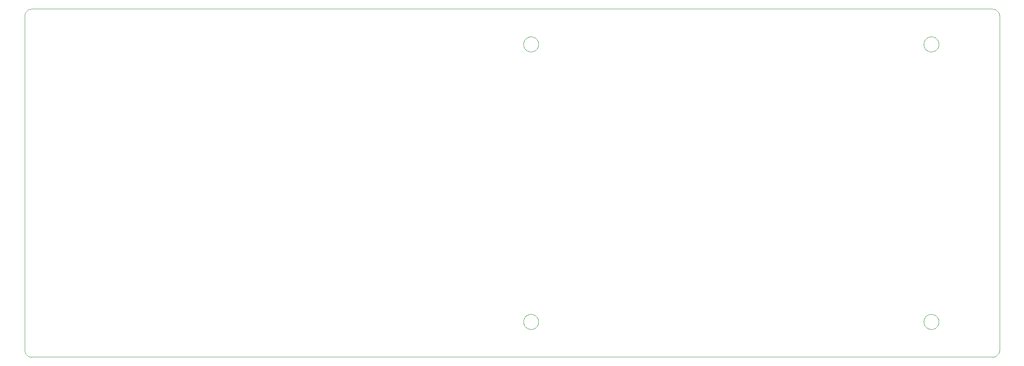
<source format=gko>
G75*
G70*
%OFA0B0*%
%FSLAX24Y24*%
%IPPOS*%
%LPD*%
%AMOC8*
5,1,8,0,0,1.08239X$1,22.5*
%
%ADD10C,0.0039*%
%ADD11C,0.0000*%
D10*
X009811Y005047D02*
X090126Y005047D01*
X090126Y005046D02*
X090172Y005048D01*
X090218Y005053D01*
X090264Y005062D01*
X090309Y005075D01*
X090352Y005091D01*
X090394Y005110D01*
X090435Y005133D01*
X090473Y005159D01*
X090510Y005188D01*
X090544Y005219D01*
X090575Y005253D01*
X090604Y005290D01*
X090630Y005328D01*
X090653Y005369D01*
X090672Y005411D01*
X090688Y005454D01*
X090701Y005499D01*
X090710Y005545D01*
X090715Y005591D01*
X090717Y005637D01*
X090717Y033590D01*
X090715Y033636D01*
X090710Y033682D01*
X090701Y033728D01*
X090688Y033773D01*
X090672Y033816D01*
X090653Y033858D01*
X090630Y033899D01*
X090604Y033937D01*
X090575Y033974D01*
X090544Y034008D01*
X090510Y034039D01*
X090473Y034068D01*
X090435Y034094D01*
X090394Y034117D01*
X090352Y034136D01*
X090309Y034152D01*
X090264Y034165D01*
X090218Y034174D01*
X090172Y034179D01*
X090126Y034181D01*
X009811Y034181D01*
X009765Y034179D01*
X009719Y034174D01*
X009673Y034165D01*
X009628Y034152D01*
X009585Y034136D01*
X009543Y034117D01*
X009502Y034094D01*
X009464Y034068D01*
X009427Y034039D01*
X009393Y034008D01*
X009362Y033974D01*
X009333Y033937D01*
X009307Y033899D01*
X009284Y033858D01*
X009265Y033816D01*
X009249Y033773D01*
X009236Y033728D01*
X009227Y033682D01*
X009222Y033636D01*
X009220Y033590D01*
X009221Y033590D02*
X009221Y005637D01*
X009220Y005637D02*
X009222Y005591D01*
X009227Y005545D01*
X009236Y005499D01*
X009249Y005454D01*
X009265Y005411D01*
X009284Y005369D01*
X009307Y005328D01*
X009333Y005290D01*
X009362Y005253D01*
X009393Y005219D01*
X009427Y005188D01*
X009464Y005159D01*
X009502Y005133D01*
X009543Y005110D01*
X009585Y005091D01*
X009628Y005075D01*
X009673Y005062D01*
X009719Y005053D01*
X009765Y005048D01*
X009811Y005046D01*
D11*
X050914Y008000D02*
X050916Y008050D01*
X050922Y008100D01*
X050932Y008149D01*
X050946Y008197D01*
X050963Y008244D01*
X050984Y008289D01*
X051009Y008333D01*
X051037Y008374D01*
X051069Y008413D01*
X051103Y008450D01*
X051140Y008484D01*
X051180Y008514D01*
X051222Y008541D01*
X051266Y008565D01*
X051312Y008586D01*
X051359Y008602D01*
X051407Y008615D01*
X051457Y008624D01*
X051506Y008629D01*
X051557Y008630D01*
X051607Y008627D01*
X051656Y008620D01*
X051705Y008609D01*
X051753Y008594D01*
X051799Y008576D01*
X051844Y008554D01*
X051887Y008528D01*
X051928Y008499D01*
X051967Y008467D01*
X052003Y008432D01*
X052035Y008394D01*
X052065Y008354D01*
X052092Y008311D01*
X052115Y008267D01*
X052134Y008221D01*
X052150Y008173D01*
X052162Y008124D01*
X052170Y008075D01*
X052174Y008025D01*
X052174Y007975D01*
X052170Y007925D01*
X052162Y007876D01*
X052150Y007827D01*
X052134Y007779D01*
X052115Y007733D01*
X052092Y007689D01*
X052065Y007646D01*
X052035Y007606D01*
X052003Y007568D01*
X051967Y007533D01*
X051928Y007501D01*
X051887Y007472D01*
X051844Y007446D01*
X051799Y007424D01*
X051753Y007406D01*
X051705Y007391D01*
X051656Y007380D01*
X051607Y007373D01*
X051557Y007370D01*
X051506Y007371D01*
X051457Y007376D01*
X051407Y007385D01*
X051359Y007398D01*
X051312Y007414D01*
X051266Y007435D01*
X051222Y007459D01*
X051180Y007486D01*
X051140Y007516D01*
X051103Y007550D01*
X051069Y007587D01*
X051037Y007626D01*
X051009Y007667D01*
X050984Y007711D01*
X050963Y007756D01*
X050946Y007803D01*
X050932Y007851D01*
X050922Y007900D01*
X050916Y007950D01*
X050914Y008000D01*
X084378Y008000D02*
X084380Y008050D01*
X084386Y008100D01*
X084396Y008149D01*
X084410Y008197D01*
X084427Y008244D01*
X084448Y008289D01*
X084473Y008333D01*
X084501Y008374D01*
X084533Y008413D01*
X084567Y008450D01*
X084604Y008484D01*
X084644Y008514D01*
X084686Y008541D01*
X084730Y008565D01*
X084776Y008586D01*
X084823Y008602D01*
X084871Y008615D01*
X084921Y008624D01*
X084970Y008629D01*
X085021Y008630D01*
X085071Y008627D01*
X085120Y008620D01*
X085169Y008609D01*
X085217Y008594D01*
X085263Y008576D01*
X085308Y008554D01*
X085351Y008528D01*
X085392Y008499D01*
X085431Y008467D01*
X085467Y008432D01*
X085499Y008394D01*
X085529Y008354D01*
X085556Y008311D01*
X085579Y008267D01*
X085598Y008221D01*
X085614Y008173D01*
X085626Y008124D01*
X085634Y008075D01*
X085638Y008025D01*
X085638Y007975D01*
X085634Y007925D01*
X085626Y007876D01*
X085614Y007827D01*
X085598Y007779D01*
X085579Y007733D01*
X085556Y007689D01*
X085529Y007646D01*
X085499Y007606D01*
X085467Y007568D01*
X085431Y007533D01*
X085392Y007501D01*
X085351Y007472D01*
X085308Y007446D01*
X085263Y007424D01*
X085217Y007406D01*
X085169Y007391D01*
X085120Y007380D01*
X085071Y007373D01*
X085021Y007370D01*
X084970Y007371D01*
X084921Y007376D01*
X084871Y007385D01*
X084823Y007398D01*
X084776Y007414D01*
X084730Y007435D01*
X084686Y007459D01*
X084644Y007486D01*
X084604Y007516D01*
X084567Y007550D01*
X084533Y007587D01*
X084501Y007626D01*
X084473Y007667D01*
X084448Y007711D01*
X084427Y007756D01*
X084410Y007803D01*
X084396Y007851D01*
X084386Y007900D01*
X084380Y007950D01*
X084378Y008000D01*
X084378Y031228D02*
X084380Y031278D01*
X084386Y031328D01*
X084396Y031377D01*
X084410Y031425D01*
X084427Y031472D01*
X084448Y031517D01*
X084473Y031561D01*
X084501Y031602D01*
X084533Y031641D01*
X084567Y031678D01*
X084604Y031712D01*
X084644Y031742D01*
X084686Y031769D01*
X084730Y031793D01*
X084776Y031814D01*
X084823Y031830D01*
X084871Y031843D01*
X084921Y031852D01*
X084970Y031857D01*
X085021Y031858D01*
X085071Y031855D01*
X085120Y031848D01*
X085169Y031837D01*
X085217Y031822D01*
X085263Y031804D01*
X085308Y031782D01*
X085351Y031756D01*
X085392Y031727D01*
X085431Y031695D01*
X085467Y031660D01*
X085499Y031622D01*
X085529Y031582D01*
X085556Y031539D01*
X085579Y031495D01*
X085598Y031449D01*
X085614Y031401D01*
X085626Y031352D01*
X085634Y031303D01*
X085638Y031253D01*
X085638Y031203D01*
X085634Y031153D01*
X085626Y031104D01*
X085614Y031055D01*
X085598Y031007D01*
X085579Y030961D01*
X085556Y030917D01*
X085529Y030874D01*
X085499Y030834D01*
X085467Y030796D01*
X085431Y030761D01*
X085392Y030729D01*
X085351Y030700D01*
X085308Y030674D01*
X085263Y030652D01*
X085217Y030634D01*
X085169Y030619D01*
X085120Y030608D01*
X085071Y030601D01*
X085021Y030598D01*
X084970Y030599D01*
X084921Y030604D01*
X084871Y030613D01*
X084823Y030626D01*
X084776Y030642D01*
X084730Y030663D01*
X084686Y030687D01*
X084644Y030714D01*
X084604Y030744D01*
X084567Y030778D01*
X084533Y030815D01*
X084501Y030854D01*
X084473Y030895D01*
X084448Y030939D01*
X084427Y030984D01*
X084410Y031031D01*
X084396Y031079D01*
X084386Y031128D01*
X084380Y031178D01*
X084378Y031228D01*
X050914Y031228D02*
X050916Y031278D01*
X050922Y031328D01*
X050932Y031377D01*
X050946Y031425D01*
X050963Y031472D01*
X050984Y031517D01*
X051009Y031561D01*
X051037Y031602D01*
X051069Y031641D01*
X051103Y031678D01*
X051140Y031712D01*
X051180Y031742D01*
X051222Y031769D01*
X051266Y031793D01*
X051312Y031814D01*
X051359Y031830D01*
X051407Y031843D01*
X051457Y031852D01*
X051506Y031857D01*
X051557Y031858D01*
X051607Y031855D01*
X051656Y031848D01*
X051705Y031837D01*
X051753Y031822D01*
X051799Y031804D01*
X051844Y031782D01*
X051887Y031756D01*
X051928Y031727D01*
X051967Y031695D01*
X052003Y031660D01*
X052035Y031622D01*
X052065Y031582D01*
X052092Y031539D01*
X052115Y031495D01*
X052134Y031449D01*
X052150Y031401D01*
X052162Y031352D01*
X052170Y031303D01*
X052174Y031253D01*
X052174Y031203D01*
X052170Y031153D01*
X052162Y031104D01*
X052150Y031055D01*
X052134Y031007D01*
X052115Y030961D01*
X052092Y030917D01*
X052065Y030874D01*
X052035Y030834D01*
X052003Y030796D01*
X051967Y030761D01*
X051928Y030729D01*
X051887Y030700D01*
X051844Y030674D01*
X051799Y030652D01*
X051753Y030634D01*
X051705Y030619D01*
X051656Y030608D01*
X051607Y030601D01*
X051557Y030598D01*
X051506Y030599D01*
X051457Y030604D01*
X051407Y030613D01*
X051359Y030626D01*
X051312Y030642D01*
X051266Y030663D01*
X051222Y030687D01*
X051180Y030714D01*
X051140Y030744D01*
X051103Y030778D01*
X051069Y030815D01*
X051037Y030854D01*
X051009Y030895D01*
X050984Y030939D01*
X050963Y030984D01*
X050946Y031031D01*
X050932Y031079D01*
X050922Y031128D01*
X050916Y031178D01*
X050914Y031228D01*
M02*

</source>
